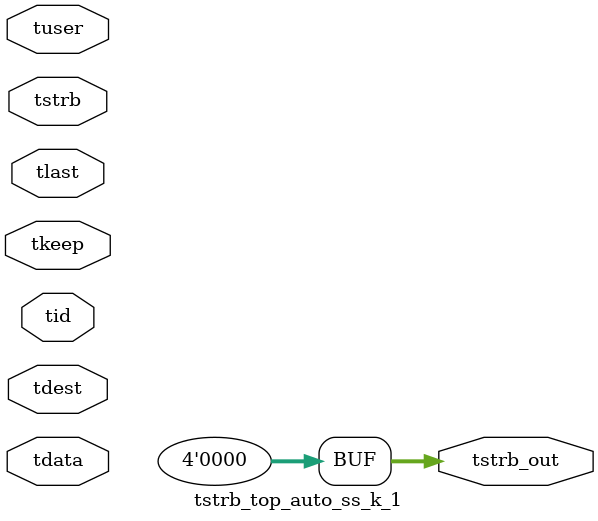
<source format=v>


`timescale 1ps/1ps

module tstrb_top_auto_ss_k_1 #
(
parameter C_S_AXIS_TDATA_WIDTH = 32,
parameter C_S_AXIS_TUSER_WIDTH = 0,
parameter C_S_AXIS_TID_WIDTH   = 0,
parameter C_S_AXIS_TDEST_WIDTH = 0,
parameter C_M_AXIS_TDATA_WIDTH = 32
)
(
input  [(C_S_AXIS_TDATA_WIDTH == 0 ? 1 : C_S_AXIS_TDATA_WIDTH)-1:0     ] tdata,
input  [(C_S_AXIS_TUSER_WIDTH == 0 ? 1 : C_S_AXIS_TUSER_WIDTH)-1:0     ] tuser,
input  [(C_S_AXIS_TID_WIDTH   == 0 ? 1 : C_S_AXIS_TID_WIDTH)-1:0       ] tid,
input  [(C_S_AXIS_TDEST_WIDTH == 0 ? 1 : C_S_AXIS_TDEST_WIDTH)-1:0     ] tdest,
input  [(C_S_AXIS_TDATA_WIDTH/8)-1:0 ] tkeep,
input  [(C_S_AXIS_TDATA_WIDTH/8)-1:0 ] tstrb,
input                                                                    tlast,
output [(C_M_AXIS_TDATA_WIDTH/8)-1:0 ] tstrb_out
);

assign tstrb_out = {1'b0};

endmodule


</source>
